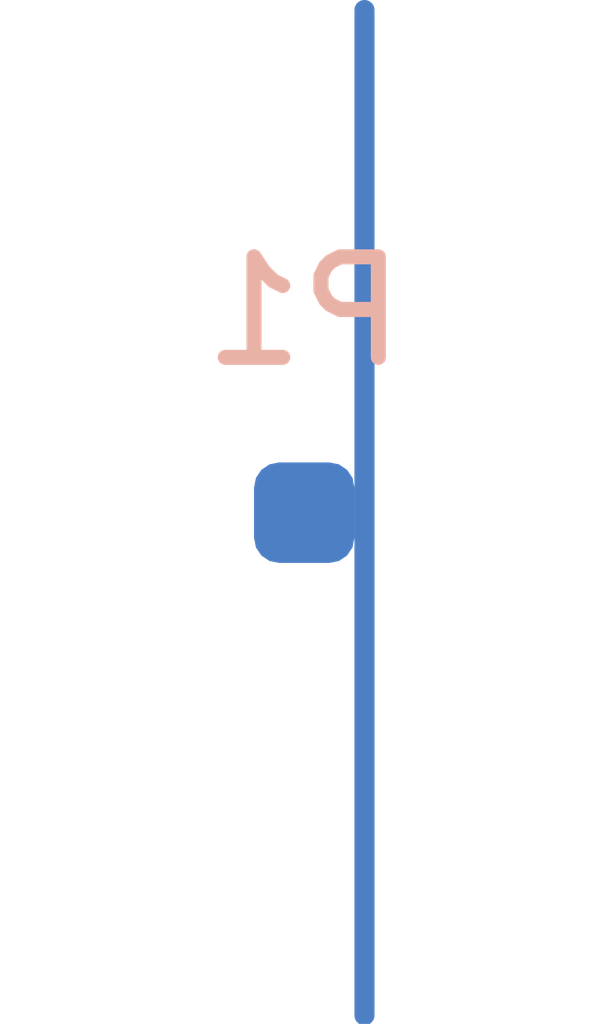
<source format=kicad_pcb>
(kicad_pcb (version 20240108) (generator "pcbnew") (generator_version "8.0")
  (layers (0 "F.Cu" signal) (31 "B.Cu" signal) (34 "B.Paste" user) (35 "F.Paste" user) (36 "B.SilkS" user "B.Silkscreen") (37 "F.SilkS" user "F.Silkscreen") (38 "B.Mask" user) (39 "F.Mask" user) (44 "Edge.Cuts" user))
  (net 0 "")
  (net 1 "netA")
  (net 2 "netB")
  (footprint "TestPad" (layer "B.Cu") (at 100 100)
    (property "Reference" "P1" (at 0 -2 0) (layer "B.SilkS") (effects (justify mirror)))
    (property "Value" "TestPad")
    (pad "1" smd roundrect (at 0 0) (size 1 1) (layers "B.Cu" "B.Paste" "B.Mask") (net 1 "netA"))
  )
  (segment (start 100.6 95) (end 100.6 105) (width 0.2) (layer "B.Cu") (net 2))
)
</source>
